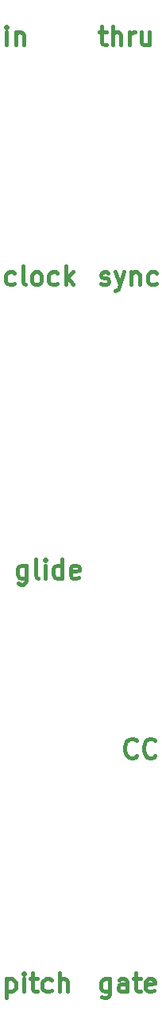
<source format=gto>
G04 #@! TF.GenerationSoftware,KiCad,Pcbnew,9.0.7*
G04 #@! TF.CreationDate,2026-01-04T21:32:23+01:00*
G04 #@! TF.ProjectId,board_F,626f6172-645f-4462-9e6b-696361645f70,rev?*
G04 #@! TF.SameCoordinates,Original*
G04 #@! TF.FileFunction,Legend,Top*
G04 #@! TF.FilePolarity,Positive*
%FSLAX46Y46*%
G04 Gerber Fmt 4.6, Leading zero omitted, Abs format (unit mm)*
G04 Created by KiCad (PCBNEW 9.0.7) date 2026-01-04 21:32:23*
%MOMM*%
%LPD*%
G01*
G04 APERTURE LIST*
%ADD10C,0.400000*%
G04 APERTURE END LIST*
D10*
X151914109Y-76144200D02*
X152104585Y-76239438D01*
X152104585Y-76239438D02*
X152485537Y-76239438D01*
X152485537Y-76239438D02*
X152676014Y-76144200D01*
X152676014Y-76144200D02*
X152771252Y-75953723D01*
X152771252Y-75953723D02*
X152771252Y-75858485D01*
X152771252Y-75858485D02*
X152676014Y-75668009D01*
X152676014Y-75668009D02*
X152485537Y-75572771D01*
X152485537Y-75572771D02*
X152199823Y-75572771D01*
X152199823Y-75572771D02*
X152009347Y-75477533D01*
X152009347Y-75477533D02*
X151914109Y-75287057D01*
X151914109Y-75287057D02*
X151914109Y-75191819D01*
X151914109Y-75191819D02*
X152009347Y-75001342D01*
X152009347Y-75001342D02*
X152199823Y-74906104D01*
X152199823Y-74906104D02*
X152485537Y-74906104D01*
X152485537Y-74906104D02*
X152676014Y-75001342D01*
X153437919Y-74906104D02*
X153914109Y-76239438D01*
X154390300Y-74906104D02*
X153914109Y-76239438D01*
X153914109Y-76239438D02*
X153723633Y-76715628D01*
X153723633Y-76715628D02*
X153628395Y-76810866D01*
X153628395Y-76810866D02*
X153437919Y-76906104D01*
X155152205Y-74906104D02*
X155152205Y-76239438D01*
X155152205Y-75096580D02*
X155247443Y-75001342D01*
X155247443Y-75001342D02*
X155437919Y-74906104D01*
X155437919Y-74906104D02*
X155723634Y-74906104D01*
X155723634Y-74906104D02*
X155914110Y-75001342D01*
X155914110Y-75001342D02*
X156009348Y-75191819D01*
X156009348Y-75191819D02*
X156009348Y-76239438D01*
X157818872Y-76144200D02*
X157628396Y-76239438D01*
X157628396Y-76239438D02*
X157247443Y-76239438D01*
X157247443Y-76239438D02*
X157056967Y-76144200D01*
X157056967Y-76144200D02*
X156961729Y-76048961D01*
X156961729Y-76048961D02*
X156866491Y-75858485D01*
X156866491Y-75858485D02*
X156866491Y-75287057D01*
X156866491Y-75287057D02*
X156961729Y-75096580D01*
X156961729Y-75096580D02*
X157056967Y-75001342D01*
X157056967Y-75001342D02*
X157247443Y-74906104D01*
X157247443Y-74906104D02*
X157628396Y-74906104D01*
X157628396Y-74906104D02*
X157818872Y-75001342D01*
X141849347Y-50839438D02*
X141849347Y-49506104D01*
X141849347Y-48839438D02*
X141754109Y-48934676D01*
X141754109Y-48934676D02*
X141849347Y-49029914D01*
X141849347Y-49029914D02*
X141944585Y-48934676D01*
X141944585Y-48934676D02*
X141849347Y-48839438D01*
X141849347Y-48839438D02*
X141849347Y-49029914D01*
X142801728Y-49506104D02*
X142801728Y-50839438D01*
X142801728Y-49696580D02*
X142896966Y-49601342D01*
X142896966Y-49601342D02*
X143087442Y-49506104D01*
X143087442Y-49506104D02*
X143373157Y-49506104D01*
X143373157Y-49506104D02*
X143563633Y-49601342D01*
X143563633Y-49601342D02*
X143658871Y-49791819D01*
X143658871Y-49791819D02*
X143658871Y-50839438D01*
X151723633Y-49506104D02*
X152485537Y-49506104D01*
X152009347Y-48839438D02*
X152009347Y-50553723D01*
X152009347Y-50553723D02*
X152104585Y-50744200D01*
X152104585Y-50744200D02*
X152295061Y-50839438D01*
X152295061Y-50839438D02*
X152485537Y-50839438D01*
X153152204Y-50839438D02*
X153152204Y-48839438D01*
X154009347Y-50839438D02*
X154009347Y-49791819D01*
X154009347Y-49791819D02*
X153914109Y-49601342D01*
X153914109Y-49601342D02*
X153723633Y-49506104D01*
X153723633Y-49506104D02*
X153437918Y-49506104D01*
X153437918Y-49506104D02*
X153247442Y-49601342D01*
X153247442Y-49601342D02*
X153152204Y-49696580D01*
X154961728Y-50839438D02*
X154961728Y-49506104D01*
X154961728Y-49887057D02*
X155056966Y-49696580D01*
X155056966Y-49696580D02*
X155152204Y-49601342D01*
X155152204Y-49601342D02*
X155342680Y-49506104D01*
X155342680Y-49506104D02*
X155533157Y-49506104D01*
X157056966Y-49506104D02*
X157056966Y-50839438D01*
X156199823Y-49506104D02*
X156199823Y-50553723D01*
X156199823Y-50553723D02*
X156295061Y-50744200D01*
X156295061Y-50744200D02*
X156485537Y-50839438D01*
X156485537Y-50839438D02*
X156771252Y-50839438D01*
X156771252Y-50839438D02*
X156961728Y-50744200D01*
X156961728Y-50744200D02*
X157056966Y-50648961D01*
X155692204Y-126213961D02*
X155596966Y-126309200D01*
X155596966Y-126309200D02*
X155311252Y-126404438D01*
X155311252Y-126404438D02*
X155120776Y-126404438D01*
X155120776Y-126404438D02*
X154835061Y-126309200D01*
X154835061Y-126309200D02*
X154644585Y-126118723D01*
X154644585Y-126118723D02*
X154549347Y-125928247D01*
X154549347Y-125928247D02*
X154454109Y-125547295D01*
X154454109Y-125547295D02*
X154454109Y-125261580D01*
X154454109Y-125261580D02*
X154549347Y-124880628D01*
X154549347Y-124880628D02*
X154644585Y-124690152D01*
X154644585Y-124690152D02*
X154835061Y-124499676D01*
X154835061Y-124499676D02*
X155120776Y-124404438D01*
X155120776Y-124404438D02*
X155311252Y-124404438D01*
X155311252Y-124404438D02*
X155596966Y-124499676D01*
X155596966Y-124499676D02*
X155692204Y-124594914D01*
X157692204Y-126213961D02*
X157596966Y-126309200D01*
X157596966Y-126309200D02*
X157311252Y-126404438D01*
X157311252Y-126404438D02*
X157120776Y-126404438D01*
X157120776Y-126404438D02*
X156835061Y-126309200D01*
X156835061Y-126309200D02*
X156644585Y-126118723D01*
X156644585Y-126118723D02*
X156549347Y-125928247D01*
X156549347Y-125928247D02*
X156454109Y-125547295D01*
X156454109Y-125547295D02*
X156454109Y-125261580D01*
X156454109Y-125261580D02*
X156549347Y-124880628D01*
X156549347Y-124880628D02*
X156644585Y-124690152D01*
X156644585Y-124690152D02*
X156835061Y-124499676D01*
X156835061Y-124499676D02*
X157120776Y-124404438D01*
X157120776Y-124404438D02*
X157311252Y-124404438D01*
X157311252Y-124404438D02*
X157596966Y-124499676D01*
X157596966Y-124499676D02*
X157692204Y-124594914D01*
X143976490Y-106021104D02*
X143976490Y-107640152D01*
X143976490Y-107640152D02*
X143881252Y-107830628D01*
X143881252Y-107830628D02*
X143786014Y-107925866D01*
X143786014Y-107925866D02*
X143595537Y-108021104D01*
X143595537Y-108021104D02*
X143309823Y-108021104D01*
X143309823Y-108021104D02*
X143119347Y-107925866D01*
X143976490Y-107259200D02*
X143786014Y-107354438D01*
X143786014Y-107354438D02*
X143405061Y-107354438D01*
X143405061Y-107354438D02*
X143214585Y-107259200D01*
X143214585Y-107259200D02*
X143119347Y-107163961D01*
X143119347Y-107163961D02*
X143024109Y-106973485D01*
X143024109Y-106973485D02*
X143024109Y-106402057D01*
X143024109Y-106402057D02*
X143119347Y-106211580D01*
X143119347Y-106211580D02*
X143214585Y-106116342D01*
X143214585Y-106116342D02*
X143405061Y-106021104D01*
X143405061Y-106021104D02*
X143786014Y-106021104D01*
X143786014Y-106021104D02*
X143976490Y-106116342D01*
X145214585Y-107354438D02*
X145024109Y-107259200D01*
X145024109Y-107259200D02*
X144928871Y-107068723D01*
X144928871Y-107068723D02*
X144928871Y-105354438D01*
X145976490Y-107354438D02*
X145976490Y-106021104D01*
X145976490Y-105354438D02*
X145881252Y-105449676D01*
X145881252Y-105449676D02*
X145976490Y-105544914D01*
X145976490Y-105544914D02*
X146071728Y-105449676D01*
X146071728Y-105449676D02*
X145976490Y-105354438D01*
X145976490Y-105354438D02*
X145976490Y-105544914D01*
X147786014Y-107354438D02*
X147786014Y-105354438D01*
X147786014Y-107259200D02*
X147595538Y-107354438D01*
X147595538Y-107354438D02*
X147214585Y-107354438D01*
X147214585Y-107354438D02*
X147024109Y-107259200D01*
X147024109Y-107259200D02*
X146928871Y-107163961D01*
X146928871Y-107163961D02*
X146833633Y-106973485D01*
X146833633Y-106973485D02*
X146833633Y-106402057D01*
X146833633Y-106402057D02*
X146928871Y-106211580D01*
X146928871Y-106211580D02*
X147024109Y-106116342D01*
X147024109Y-106116342D02*
X147214585Y-106021104D01*
X147214585Y-106021104D02*
X147595538Y-106021104D01*
X147595538Y-106021104D02*
X147786014Y-106116342D01*
X149500300Y-107259200D02*
X149309824Y-107354438D01*
X149309824Y-107354438D02*
X148928871Y-107354438D01*
X148928871Y-107354438D02*
X148738395Y-107259200D01*
X148738395Y-107259200D02*
X148643157Y-107068723D01*
X148643157Y-107068723D02*
X148643157Y-106306819D01*
X148643157Y-106306819D02*
X148738395Y-106116342D01*
X148738395Y-106116342D02*
X148928871Y-106021104D01*
X148928871Y-106021104D02*
X149309824Y-106021104D01*
X149309824Y-106021104D02*
X149500300Y-106116342D01*
X149500300Y-106116342D02*
X149595538Y-106306819D01*
X149595538Y-106306819D02*
X149595538Y-106497295D01*
X149595538Y-106497295D02*
X148643157Y-106687771D01*
X152866490Y-149836104D02*
X152866490Y-151455152D01*
X152866490Y-151455152D02*
X152771252Y-151645628D01*
X152771252Y-151645628D02*
X152676014Y-151740866D01*
X152676014Y-151740866D02*
X152485537Y-151836104D01*
X152485537Y-151836104D02*
X152199823Y-151836104D01*
X152199823Y-151836104D02*
X152009347Y-151740866D01*
X152866490Y-151074200D02*
X152676014Y-151169438D01*
X152676014Y-151169438D02*
X152295061Y-151169438D01*
X152295061Y-151169438D02*
X152104585Y-151074200D01*
X152104585Y-151074200D02*
X152009347Y-150978961D01*
X152009347Y-150978961D02*
X151914109Y-150788485D01*
X151914109Y-150788485D02*
X151914109Y-150217057D01*
X151914109Y-150217057D02*
X152009347Y-150026580D01*
X152009347Y-150026580D02*
X152104585Y-149931342D01*
X152104585Y-149931342D02*
X152295061Y-149836104D01*
X152295061Y-149836104D02*
X152676014Y-149836104D01*
X152676014Y-149836104D02*
X152866490Y-149931342D01*
X154676014Y-151169438D02*
X154676014Y-150121819D01*
X154676014Y-150121819D02*
X154580776Y-149931342D01*
X154580776Y-149931342D02*
X154390300Y-149836104D01*
X154390300Y-149836104D02*
X154009347Y-149836104D01*
X154009347Y-149836104D02*
X153818871Y-149931342D01*
X154676014Y-151074200D02*
X154485538Y-151169438D01*
X154485538Y-151169438D02*
X154009347Y-151169438D01*
X154009347Y-151169438D02*
X153818871Y-151074200D01*
X153818871Y-151074200D02*
X153723633Y-150883723D01*
X153723633Y-150883723D02*
X153723633Y-150693247D01*
X153723633Y-150693247D02*
X153818871Y-150502771D01*
X153818871Y-150502771D02*
X154009347Y-150407533D01*
X154009347Y-150407533D02*
X154485538Y-150407533D01*
X154485538Y-150407533D02*
X154676014Y-150312295D01*
X155342681Y-149836104D02*
X156104585Y-149836104D01*
X155628395Y-149169438D02*
X155628395Y-150883723D01*
X155628395Y-150883723D02*
X155723633Y-151074200D01*
X155723633Y-151074200D02*
X155914109Y-151169438D01*
X155914109Y-151169438D02*
X156104585Y-151169438D01*
X157533157Y-151074200D02*
X157342681Y-151169438D01*
X157342681Y-151169438D02*
X156961728Y-151169438D01*
X156961728Y-151169438D02*
X156771252Y-151074200D01*
X156771252Y-151074200D02*
X156676014Y-150883723D01*
X156676014Y-150883723D02*
X156676014Y-150121819D01*
X156676014Y-150121819D02*
X156771252Y-149931342D01*
X156771252Y-149931342D02*
X156961728Y-149836104D01*
X156961728Y-149836104D02*
X157342681Y-149836104D01*
X157342681Y-149836104D02*
X157533157Y-149931342D01*
X157533157Y-149931342D02*
X157628395Y-150121819D01*
X157628395Y-150121819D02*
X157628395Y-150312295D01*
X157628395Y-150312295D02*
X156676014Y-150502771D01*
X141849347Y-149836104D02*
X141849347Y-151836104D01*
X141849347Y-149931342D02*
X142039823Y-149836104D01*
X142039823Y-149836104D02*
X142420776Y-149836104D01*
X142420776Y-149836104D02*
X142611252Y-149931342D01*
X142611252Y-149931342D02*
X142706490Y-150026580D01*
X142706490Y-150026580D02*
X142801728Y-150217057D01*
X142801728Y-150217057D02*
X142801728Y-150788485D01*
X142801728Y-150788485D02*
X142706490Y-150978961D01*
X142706490Y-150978961D02*
X142611252Y-151074200D01*
X142611252Y-151074200D02*
X142420776Y-151169438D01*
X142420776Y-151169438D02*
X142039823Y-151169438D01*
X142039823Y-151169438D02*
X141849347Y-151074200D01*
X143658871Y-151169438D02*
X143658871Y-149836104D01*
X143658871Y-149169438D02*
X143563633Y-149264676D01*
X143563633Y-149264676D02*
X143658871Y-149359914D01*
X143658871Y-149359914D02*
X143754109Y-149264676D01*
X143754109Y-149264676D02*
X143658871Y-149169438D01*
X143658871Y-149169438D02*
X143658871Y-149359914D01*
X144325538Y-149836104D02*
X145087442Y-149836104D01*
X144611252Y-149169438D02*
X144611252Y-150883723D01*
X144611252Y-150883723D02*
X144706490Y-151074200D01*
X144706490Y-151074200D02*
X144896966Y-151169438D01*
X144896966Y-151169438D02*
X145087442Y-151169438D01*
X146611252Y-151074200D02*
X146420776Y-151169438D01*
X146420776Y-151169438D02*
X146039823Y-151169438D01*
X146039823Y-151169438D02*
X145849347Y-151074200D01*
X145849347Y-151074200D02*
X145754109Y-150978961D01*
X145754109Y-150978961D02*
X145658871Y-150788485D01*
X145658871Y-150788485D02*
X145658871Y-150217057D01*
X145658871Y-150217057D02*
X145754109Y-150026580D01*
X145754109Y-150026580D02*
X145849347Y-149931342D01*
X145849347Y-149931342D02*
X146039823Y-149836104D01*
X146039823Y-149836104D02*
X146420776Y-149836104D01*
X146420776Y-149836104D02*
X146611252Y-149931342D01*
X147468395Y-151169438D02*
X147468395Y-149169438D01*
X148325538Y-151169438D02*
X148325538Y-150121819D01*
X148325538Y-150121819D02*
X148230300Y-149931342D01*
X148230300Y-149931342D02*
X148039824Y-149836104D01*
X148039824Y-149836104D02*
X147754109Y-149836104D01*
X147754109Y-149836104D02*
X147563633Y-149931342D01*
X147563633Y-149931342D02*
X147468395Y-150026580D01*
X142706490Y-76144200D02*
X142516014Y-76239438D01*
X142516014Y-76239438D02*
X142135061Y-76239438D01*
X142135061Y-76239438D02*
X141944585Y-76144200D01*
X141944585Y-76144200D02*
X141849347Y-76048961D01*
X141849347Y-76048961D02*
X141754109Y-75858485D01*
X141754109Y-75858485D02*
X141754109Y-75287057D01*
X141754109Y-75287057D02*
X141849347Y-75096580D01*
X141849347Y-75096580D02*
X141944585Y-75001342D01*
X141944585Y-75001342D02*
X142135061Y-74906104D01*
X142135061Y-74906104D02*
X142516014Y-74906104D01*
X142516014Y-74906104D02*
X142706490Y-75001342D01*
X143849347Y-76239438D02*
X143658871Y-76144200D01*
X143658871Y-76144200D02*
X143563633Y-75953723D01*
X143563633Y-75953723D02*
X143563633Y-74239438D01*
X144896966Y-76239438D02*
X144706490Y-76144200D01*
X144706490Y-76144200D02*
X144611252Y-76048961D01*
X144611252Y-76048961D02*
X144516014Y-75858485D01*
X144516014Y-75858485D02*
X144516014Y-75287057D01*
X144516014Y-75287057D02*
X144611252Y-75096580D01*
X144611252Y-75096580D02*
X144706490Y-75001342D01*
X144706490Y-75001342D02*
X144896966Y-74906104D01*
X144896966Y-74906104D02*
X145182681Y-74906104D01*
X145182681Y-74906104D02*
X145373157Y-75001342D01*
X145373157Y-75001342D02*
X145468395Y-75096580D01*
X145468395Y-75096580D02*
X145563633Y-75287057D01*
X145563633Y-75287057D02*
X145563633Y-75858485D01*
X145563633Y-75858485D02*
X145468395Y-76048961D01*
X145468395Y-76048961D02*
X145373157Y-76144200D01*
X145373157Y-76144200D02*
X145182681Y-76239438D01*
X145182681Y-76239438D02*
X144896966Y-76239438D01*
X147277919Y-76144200D02*
X147087443Y-76239438D01*
X147087443Y-76239438D02*
X146706490Y-76239438D01*
X146706490Y-76239438D02*
X146516014Y-76144200D01*
X146516014Y-76144200D02*
X146420776Y-76048961D01*
X146420776Y-76048961D02*
X146325538Y-75858485D01*
X146325538Y-75858485D02*
X146325538Y-75287057D01*
X146325538Y-75287057D02*
X146420776Y-75096580D01*
X146420776Y-75096580D02*
X146516014Y-75001342D01*
X146516014Y-75001342D02*
X146706490Y-74906104D01*
X146706490Y-74906104D02*
X147087443Y-74906104D01*
X147087443Y-74906104D02*
X147277919Y-75001342D01*
X148135062Y-76239438D02*
X148135062Y-74239438D01*
X148325538Y-75477533D02*
X148896967Y-76239438D01*
X148896967Y-74906104D02*
X148135062Y-75668009D01*
M02*

</source>
